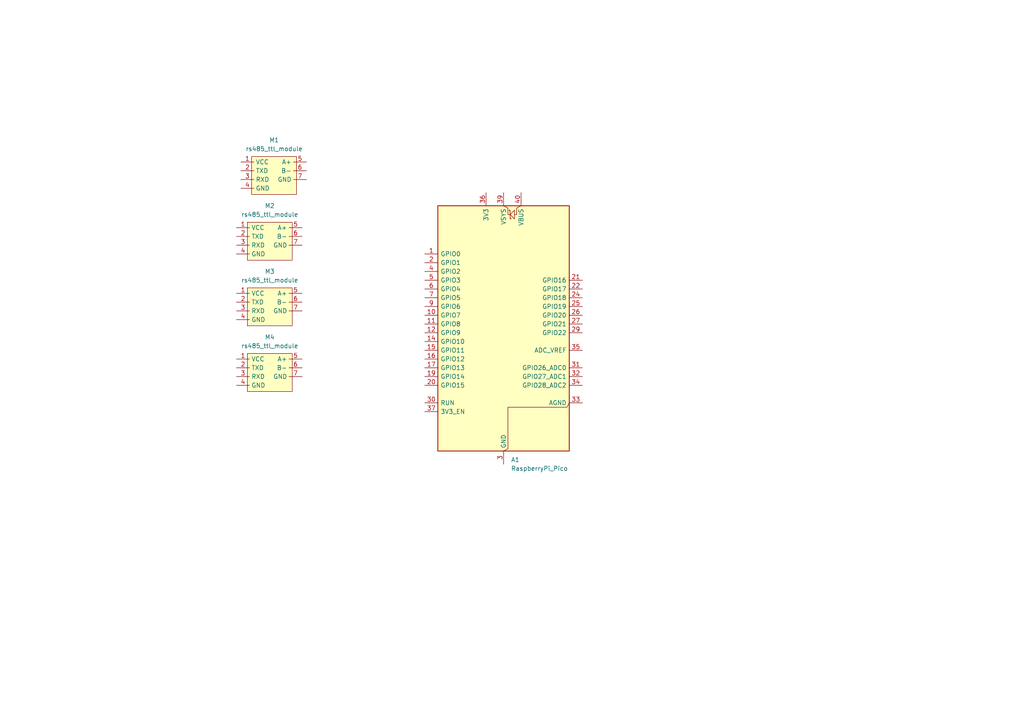
<source format=kicad_sch>
(kicad_sch (version 20250114) (generator "eeschema") (generator_version "9.0")
  (paper "A4")
  (lib_symbols
    (symbol "MCU_Module_RaspberryPi_Pico:RaspberryPi_Pico" (pin_names (offset 0.762))
      (property "Reference" "A" (at -19.05 38.1 0))
      (property "Value" "RaspberryPi_Pico" (at 7.62 38.1 0))
      (symbol "RaspberryPi_Pico_0_1"
        (rectangle (start -19.05 36.83) (end 19.05 -34.29) (stroke (width 0.254)) (fill (type background)))
        (polyline (pts (xy 0 36.83) (xy 1.27 36.195) (xy 1.27 34.29) (xy 1.905 34.29)))
        (polyline (pts (xy 0 -34.29) (xy 1.27 -33.655) (xy 1.27 -21.59) (xy 18.415 -21.59) (xy 19.05 -20.32)))
        (polyline (pts (xy 1.651 35.306) (xy 1.651 35.56) (xy 1.905 35.56) (xy 1.905 33.02) (xy 2.159 33.02) (xy 2.159 33.274)))
        (polyline (pts (xy 1.905 34.29) (xy 3.175 35.56) (xy 3.175 33.02) (xy 1.905 34.29)))
        (polyline (pts (xy 5.08 36.83) (xy 3.81 36.195) (xy 3.81 34.29) (xy 3.175 34.29)))
      )
      (symbol "RaspberryPi_Pico_1_1"
        (pin bidirectional line (at -22.86 22.86 0) (length 3.81) (name "GPIO0") (number "1"))
        (pin bidirectional line (at -22.86 20.32 0) (length 3.81) (name "GPIO1") (number "2"))
        (pin bidirectional line (at -22.86 17.78 0) (length 3.81) (name "GPIO2") (number "4"))
        (pin bidirectional line (at -22.86 15.24 0) (length 3.81) (name "GPIO3") (number "5"))
        (pin bidirectional line (at -22.86 12.7 0) (length 3.81) (name "GPIO4") (number "6"))
        (pin bidirectional line (at -22.86 10.16 0) (length 3.81) (name "GPIO5") (number "7"))
        (pin bidirectional line (at -22.86 7.62 0) (length 3.81) (name "GPIO6") (number "9"))
        (pin bidirectional line (at -22.86 5.08 0) (length 3.81) (name "GPIO7") (number "10"))
        (pin bidirectional line (at -22.86 2.54 0) (length 3.81) (name "GPIO8") (number "11"))
        (pin bidirectional line (at -22.86 0 0) (length 3.81) (name "GPIO9") (number "12"))
        (pin bidirectional line (at -22.86 -2.54 0) (length 3.81) (name "GPIO10") (number "14"))
        (pin bidirectional line (at -22.86 -5.08 0) (length 3.81) (name "GPIO11") (number "15"))
        (pin bidirectional line (at -22.86 -7.62 0) (length 3.81) (name "GPIO12") (number "16"))
        (pin bidirectional line (at -22.86 -10.16 0) (length 3.81) (name "GPIO13") (number "17"))
        (pin bidirectional line (at -22.86 -12.7 0) (length 3.81) (name "GPIO14") (number "19"))
        (pin bidirectional line (at -22.86 -15.24 0) (length 3.81) (name "GPIO15") (number "20"))
        (pin input line (at -22.86 -20.32 0) (length 3.81) (name "RUN") (number "30"))
        (pin input line (at -22.86 -22.86 0) (length 3.81) (name "3V3_EN") (number "37"))
        (pin power_out line (at -5.08 40.64 270) (length 3.81) (name "3V3") (number "36"))
        (pin power_in line (at 0 40.64 270) (length 3.81) (name "VSYS") (number "39"))
        (pin passive line (at 0 -38.1 90) (length 3.81) (hide yes) (name "GND") (number "13"))
        (pin passive line (at 0 -38.1 90) (length 3.81) (hide yes) (name "GND") (number "18"))
        (pin passive line (at 0 -38.1 90) (length 3.81) (hide yes) (name "GND") (number "23"))
        (pin passive line (at 0 -38.1 90) (length 3.81) (hide yes) (name "GND") (number "28"))
        (pin power_out line (at 0 -38.1 90) (length 3.81) (name "GND") (number "3"))
        (pin passive line (at 0 -38.1 90) (length 3.81) (hide yes) (name "GND") (number "38"))
        (pin passive line (at 0 -38.1 90) (length 3.81) (hide yes) (name "GND") (number "8"))
        (pin power_out line (at 5.08 40.64 270) (length 3.81) (name "VBUS") (number "40"))
        (pin bidirectional line (at 22.86 15.24 180) (length 3.81) (name "GPIO16") (number "21"))
        (pin bidirectional line (at 22.86 12.7 180) (length 3.81) (name "GPIO17") (number "22"))
        (pin bidirectional line (at 22.86 10.16 180) (length 3.81) (name "GPIO18") (number "24"))
        (pin bidirectional line (at 22.86 7.62 180) (length 3.81) (name "GPIO19") (number "25"))
        (pin bidirectional line (at 22.86 5.08 180) (length 3.81) (name "GPIO20") (number "26"))
        (pin bidirectional line (at 22.86 2.54 180) (length 3.81) (name "GPIO21") (number "27"))
        (pin bidirectional line (at 22.86 0 180) (length 3.81) (name "GPIO22") (number "29"))
        (pin power_in line (at 22.86 -5.08 180) (length 3.81) (name "ADC_VREF") (number "35"))
        (pin bidirectional line (at 22.86 -10.16 180) (length 3.81) (name "GPIO26_ADC0") (number "31"))
        (pin bidirectional line (at 22.86 -12.7 180) (length 3.81) (name "GPIO27_ADC1") (number "32"))
        (pin bidirectional line (at 22.86 -15.24 180) (length 3.81) (name "GPIO28_ADC2") (number "34"))
        (pin power_out line (at 22.86 -20.32 180) (length 3.81) (name "AGND") (number "33"))
      )
    )
    (symbol "RS485ToTTL:rs485_ttl_module"
      (property "Reference" "M" (at -6.5 0 0))
      (property "Value" "rs485_ttl_module" (at 1 -2 0))
      (symbol "rs485_ttl_module_1_1"
        (rectangle (start -7 -3.5) (end 6 -14.5) (fill (type background)))
        (pin power_out line (at -10.16 -5.08 0) (length 3.81) (name "VCC") (number "1"))
        (pin output line (at -10.16 -7.62 0) (length 3.81) (name "TXD") (number "2"))
        (pin input line (at -10.16 -10.16 0) (length 3.81) (name "RXD") (number "3"))
        (pin power_out line (at -10.16 -12.7 0) (length 3.81) (name "GND") (number "4"))
        (pin bidirectional line (at 8.89 -5.08 180) (length 3.81) (name "A+") (number "5"))
        (pin bidirectional line (at 8.89 -7.62 180) (length 3.81) (name "B-") (number "6"))
        (pin power_out line (at 8.89 -10.16 180) (length 3.81) (name "GND") (number "7"))
      )
    )
  )
  (symbol (lib_id "RS485ToTTL:rs485_ttl_module") (at 78.74 80.01 0) (unit 1)
    (property "Reference" "M3" (at 78.24 78.74 0))
    (property "Value" "rs485_ttl_module" (at 78.24 81.28 0))
    (property "Footprint" "RS485ToTTL:rs485_ttl_module" (effects (hide yes)))
    (property "Datasheet" "https://protosupplies.com/product/scm-ttl-to-rs-485-interface-module/" (effects (hide yes)))
  )
  (symbol (lib_id "MCU_Module_RaspberryPi_Pico:RaspberryPi_Pico") (at 146.05 96.52 0) (unit 1)
    (property "Reference" "A1" (at 148.1933 133.35 0) (effects (justify left)))
    (property "Value" "RaspberryPi_Pico" (at 148.1933 135.89 0) (effects (justify left)))
    (property "Footprint" "Module:RaspberryPi_Pico_Common_SMD" (effects (hide yes)))
    (property "Datasheet" "https://datasheets.raspberrypi.com/pico/pico-datasheet.pdf" (effects (hide yes)))
    (property "Description" "Versatile and inexpensive microcontroller module powered by RP2040 dual-core Arm Cortex-M0+ processor up to 133 MHz, 264kB SRAM, 2MB QSPI flash" (effects (hide yes)))
  )
  (symbol (lib_id "RS485ToTTL:rs485_ttl_module") (at 80.01 41.91 0) (unit 1)
    (property "Reference" "M1" (at 79.51 40.64 0))
    (property "Value" "rs485_ttl_module" (at 79.51 43.18 0))
    (property "Footprint" "RS485ToTTL:rs485_ttl_module" (effects (hide yes)))
    (property "Datasheet" "https://protosupplies.com/product/scm-ttl-to-rs-485-interface-module/" (effects (hide yes)))
  )
  (symbol (lib_id "RS485ToTTL:rs485_ttl_module") (at 78.74 60.96 0) (unit 1)
    (property "Reference" "M2" (at 78.24 59.69 0))
    (property "Value" "rs485_ttl_module" (at 78.24 62.23 0))
    (property "Footprint" "RS485ToTTL:rs485_ttl_module" (effects (hide yes)))
    (property "Datasheet" "https://protosupplies.com/product/scm-ttl-to-rs-485-interface-module/" (effects (hide yes)))
  )
  (symbol (lib_id "RS485ToTTL:rs485_ttl_module") (at 78.74 99.06 0) (unit 1)
    (property "Reference" "M4" (at 78.24 97.79 0))
    (property "Value" "rs485_ttl_module" (at 78.24 100.33 0))
    (property "Footprint" "RS485ToTTL:rs485_ttl_module" (effects (hide yes)))
    (property "Datasheet" "https://protosupplies.com/product/scm-ttl-to-rs-485-interface-module/" (effects (hide yes)))
  )
)
</source>
